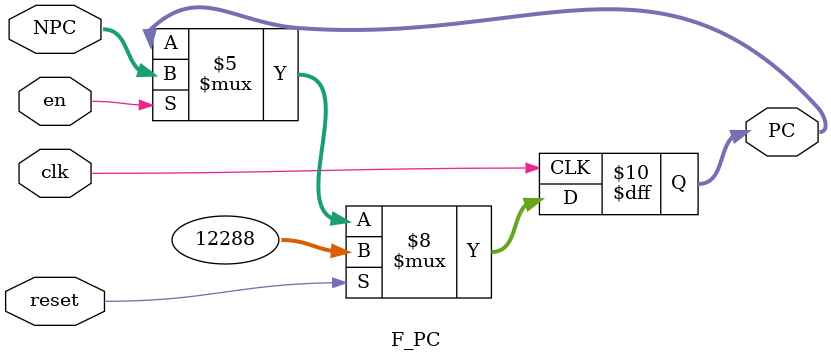
<source format=v>
`timescale 1ns / 1ps
`default_nettype none
module F_PC(input wire clk,
          input wire reset,
          input wire en,
          input wire [31:0] NPC,
          output reg [31:0] PC);
    
    initial begin
        PC = 32'h0000_3000;
    end
    
    always @(posedge clk) begin
        if (reset == 1) begin
            PC <= 32'h0000_3000;
        end
        else begin
            if (en == 1) begin
                PC <= NPC;
            end
        end
    end
    
endmodule

</source>
